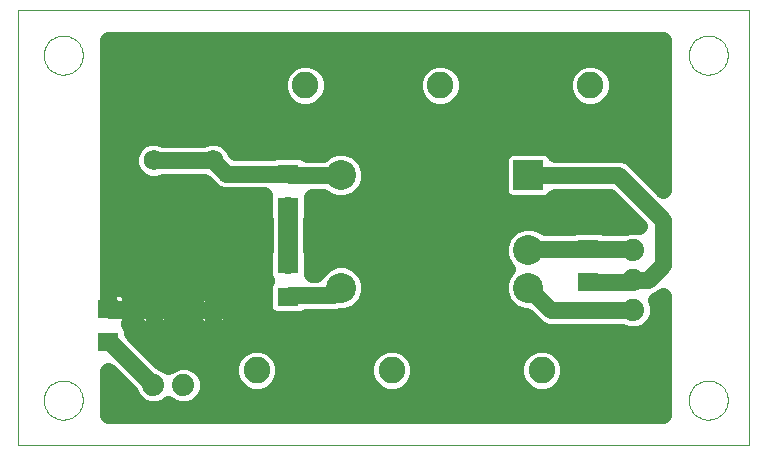
<source format=gtl>
G75*
G70*
%OFA0B0*%
%FSLAX24Y24*%
%IPPOS*%
%LPD*%
%AMOC8*
5,1,8,0,0,1.08239X$1,22.5*
%
%ADD10C,0.0000*%
%ADD11C,0.1000*%
%ADD12R,0.1000X0.1000*%
%ADD13C,0.0740*%
%ADD14R,0.0709X0.0630*%
%ADD15R,0.0886X0.0886*%
%ADD16C,0.0886*%
%ADD17C,0.0691*%
%ADD18C,0.0560*%
%ADD19C,0.0660*%
%ADD20C,0.0396*%
D10*
X000100Y000750D02*
X000100Y015246D01*
X024470Y015246D01*
X024470Y000750D01*
X000100Y000750D01*
X000950Y002250D02*
X000952Y002300D01*
X000958Y002350D01*
X000968Y002400D01*
X000981Y002448D01*
X000998Y002496D01*
X001019Y002542D01*
X001043Y002586D01*
X001071Y002628D01*
X001102Y002668D01*
X001136Y002705D01*
X001173Y002740D01*
X001212Y002771D01*
X001253Y002800D01*
X001297Y002825D01*
X001343Y002847D01*
X001390Y002865D01*
X001438Y002879D01*
X001487Y002890D01*
X001537Y002897D01*
X001587Y002900D01*
X001638Y002899D01*
X001688Y002894D01*
X001738Y002885D01*
X001786Y002873D01*
X001834Y002856D01*
X001880Y002836D01*
X001925Y002813D01*
X001968Y002786D01*
X002008Y002756D01*
X002046Y002723D01*
X002081Y002687D01*
X002114Y002648D01*
X002143Y002607D01*
X002169Y002564D01*
X002192Y002519D01*
X002211Y002472D01*
X002226Y002424D01*
X002238Y002375D01*
X002246Y002325D01*
X002250Y002275D01*
X002250Y002225D01*
X002246Y002175D01*
X002238Y002125D01*
X002226Y002076D01*
X002211Y002028D01*
X002192Y001981D01*
X002169Y001936D01*
X002143Y001893D01*
X002114Y001852D01*
X002081Y001813D01*
X002046Y001777D01*
X002008Y001744D01*
X001968Y001714D01*
X001925Y001687D01*
X001880Y001664D01*
X001834Y001644D01*
X001786Y001627D01*
X001738Y001615D01*
X001688Y001606D01*
X001638Y001601D01*
X001587Y001600D01*
X001537Y001603D01*
X001487Y001610D01*
X001438Y001621D01*
X001390Y001635D01*
X001343Y001653D01*
X001297Y001675D01*
X001253Y001700D01*
X001212Y001729D01*
X001173Y001760D01*
X001136Y001795D01*
X001102Y001832D01*
X001071Y001872D01*
X001043Y001914D01*
X001019Y001958D01*
X000998Y002004D01*
X000981Y002052D01*
X000968Y002100D01*
X000958Y002150D01*
X000952Y002200D01*
X000950Y002250D01*
X000950Y013750D02*
X000952Y013800D01*
X000958Y013850D01*
X000968Y013900D01*
X000981Y013948D01*
X000998Y013996D01*
X001019Y014042D01*
X001043Y014086D01*
X001071Y014128D01*
X001102Y014168D01*
X001136Y014205D01*
X001173Y014240D01*
X001212Y014271D01*
X001253Y014300D01*
X001297Y014325D01*
X001343Y014347D01*
X001390Y014365D01*
X001438Y014379D01*
X001487Y014390D01*
X001537Y014397D01*
X001587Y014400D01*
X001638Y014399D01*
X001688Y014394D01*
X001738Y014385D01*
X001786Y014373D01*
X001834Y014356D01*
X001880Y014336D01*
X001925Y014313D01*
X001968Y014286D01*
X002008Y014256D01*
X002046Y014223D01*
X002081Y014187D01*
X002114Y014148D01*
X002143Y014107D01*
X002169Y014064D01*
X002192Y014019D01*
X002211Y013972D01*
X002226Y013924D01*
X002238Y013875D01*
X002246Y013825D01*
X002250Y013775D01*
X002250Y013725D01*
X002246Y013675D01*
X002238Y013625D01*
X002226Y013576D01*
X002211Y013528D01*
X002192Y013481D01*
X002169Y013436D01*
X002143Y013393D01*
X002114Y013352D01*
X002081Y013313D01*
X002046Y013277D01*
X002008Y013244D01*
X001968Y013214D01*
X001925Y013187D01*
X001880Y013164D01*
X001834Y013144D01*
X001786Y013127D01*
X001738Y013115D01*
X001688Y013106D01*
X001638Y013101D01*
X001587Y013100D01*
X001537Y013103D01*
X001487Y013110D01*
X001438Y013121D01*
X001390Y013135D01*
X001343Y013153D01*
X001297Y013175D01*
X001253Y013200D01*
X001212Y013229D01*
X001173Y013260D01*
X001136Y013295D01*
X001102Y013332D01*
X001071Y013372D01*
X001043Y013414D01*
X001019Y013458D01*
X000998Y013504D01*
X000981Y013552D01*
X000968Y013600D01*
X000958Y013650D01*
X000952Y013700D01*
X000950Y013750D01*
X022450Y013750D02*
X022452Y013800D01*
X022458Y013850D01*
X022468Y013900D01*
X022481Y013948D01*
X022498Y013996D01*
X022519Y014042D01*
X022543Y014086D01*
X022571Y014128D01*
X022602Y014168D01*
X022636Y014205D01*
X022673Y014240D01*
X022712Y014271D01*
X022753Y014300D01*
X022797Y014325D01*
X022843Y014347D01*
X022890Y014365D01*
X022938Y014379D01*
X022987Y014390D01*
X023037Y014397D01*
X023087Y014400D01*
X023138Y014399D01*
X023188Y014394D01*
X023238Y014385D01*
X023286Y014373D01*
X023334Y014356D01*
X023380Y014336D01*
X023425Y014313D01*
X023468Y014286D01*
X023508Y014256D01*
X023546Y014223D01*
X023581Y014187D01*
X023614Y014148D01*
X023643Y014107D01*
X023669Y014064D01*
X023692Y014019D01*
X023711Y013972D01*
X023726Y013924D01*
X023738Y013875D01*
X023746Y013825D01*
X023750Y013775D01*
X023750Y013725D01*
X023746Y013675D01*
X023738Y013625D01*
X023726Y013576D01*
X023711Y013528D01*
X023692Y013481D01*
X023669Y013436D01*
X023643Y013393D01*
X023614Y013352D01*
X023581Y013313D01*
X023546Y013277D01*
X023508Y013244D01*
X023468Y013214D01*
X023425Y013187D01*
X023380Y013164D01*
X023334Y013144D01*
X023286Y013127D01*
X023238Y013115D01*
X023188Y013106D01*
X023138Y013101D01*
X023087Y013100D01*
X023037Y013103D01*
X022987Y013110D01*
X022938Y013121D01*
X022890Y013135D01*
X022843Y013153D01*
X022797Y013175D01*
X022753Y013200D01*
X022712Y013229D01*
X022673Y013260D01*
X022636Y013295D01*
X022602Y013332D01*
X022571Y013372D01*
X022543Y013414D01*
X022519Y013458D01*
X022498Y013504D01*
X022481Y013552D01*
X022468Y013600D01*
X022458Y013650D01*
X022452Y013700D01*
X022450Y013750D01*
X022450Y002250D02*
X022452Y002300D01*
X022458Y002350D01*
X022468Y002400D01*
X022481Y002448D01*
X022498Y002496D01*
X022519Y002542D01*
X022543Y002586D01*
X022571Y002628D01*
X022602Y002668D01*
X022636Y002705D01*
X022673Y002740D01*
X022712Y002771D01*
X022753Y002800D01*
X022797Y002825D01*
X022843Y002847D01*
X022890Y002865D01*
X022938Y002879D01*
X022987Y002890D01*
X023037Y002897D01*
X023087Y002900D01*
X023138Y002899D01*
X023188Y002894D01*
X023238Y002885D01*
X023286Y002873D01*
X023334Y002856D01*
X023380Y002836D01*
X023425Y002813D01*
X023468Y002786D01*
X023508Y002756D01*
X023546Y002723D01*
X023581Y002687D01*
X023614Y002648D01*
X023643Y002607D01*
X023669Y002564D01*
X023692Y002519D01*
X023711Y002472D01*
X023726Y002424D01*
X023738Y002375D01*
X023746Y002325D01*
X023750Y002275D01*
X023750Y002225D01*
X023746Y002175D01*
X023738Y002125D01*
X023726Y002076D01*
X023711Y002028D01*
X023692Y001981D01*
X023669Y001936D01*
X023643Y001893D01*
X023614Y001852D01*
X023581Y001813D01*
X023546Y001777D01*
X023508Y001744D01*
X023468Y001714D01*
X023425Y001687D01*
X023380Y001664D01*
X023334Y001644D01*
X023286Y001627D01*
X023238Y001615D01*
X023188Y001606D01*
X023138Y001601D01*
X023087Y001600D01*
X023037Y001603D01*
X022987Y001610D01*
X022938Y001621D01*
X022890Y001635D01*
X022843Y001653D01*
X022797Y001675D01*
X022753Y001700D01*
X022712Y001729D01*
X022673Y001760D01*
X022636Y001795D01*
X022602Y001832D01*
X022571Y001872D01*
X022543Y001914D01*
X022519Y001958D01*
X022498Y002004D01*
X022481Y002052D01*
X022468Y002100D01*
X022458Y002150D01*
X022452Y002200D01*
X022450Y002250D01*
D11*
X017100Y006000D03*
X017100Y007250D03*
X010850Y006000D03*
X010850Y009750D03*
D12*
X017100Y009750D03*
D13*
X020600Y007250D03*
X020600Y006250D03*
X020600Y005250D03*
X005600Y002750D03*
X004600Y002750D03*
D14*
X003100Y004199D03*
X003100Y005301D03*
X009100Y005699D03*
X009100Y006801D03*
X009100Y008699D03*
X009100Y009801D03*
X019100Y007301D03*
X019100Y006199D03*
D15*
X019100Y003250D03*
X014100Y003250D03*
X009600Y003250D03*
X008100Y012750D03*
X012600Y012750D03*
X017600Y012750D03*
D16*
X019159Y012750D03*
X014159Y012750D03*
X009659Y012750D03*
X008041Y003250D03*
X012541Y003250D03*
X017541Y003250D03*
D17*
X006584Y005250D03*
X004616Y005250D03*
X004616Y010250D03*
X006584Y010250D03*
D18*
X004616Y010250D01*
X003944Y010681D02*
X003100Y010681D01*
X003100Y010250D02*
X005600Y012750D01*
X008100Y012750D01*
X009100Y011750D01*
X011600Y011750D01*
X012600Y012750D01*
X013600Y011750D01*
X016600Y011750D01*
X017600Y012750D01*
X018276Y012915D02*
X015042Y012915D01*
X015042Y012926D02*
X014908Y013250D01*
X014659Y013499D01*
X014335Y013633D01*
X013983Y013633D01*
X013659Y013499D01*
X013411Y013250D01*
X013276Y012926D01*
X013276Y012575D01*
X013411Y012250D01*
X013659Y012002D01*
X013983Y011867D01*
X014335Y011867D01*
X014659Y012002D01*
X014908Y012250D01*
X015042Y012575D01*
X015042Y012926D01*
X014952Y012356D02*
X018367Y012356D01*
X018411Y012250D02*
X018659Y012002D01*
X018983Y011867D01*
X019335Y011867D01*
X019659Y012002D01*
X019908Y012250D01*
X020042Y012575D01*
X020042Y012926D01*
X019908Y013250D01*
X019659Y013499D01*
X019335Y013633D01*
X018983Y013633D01*
X018659Y013499D01*
X018411Y013250D01*
X018276Y012926D01*
X018276Y012575D01*
X018411Y012250D01*
X019952Y012356D02*
X021600Y012356D01*
X021600Y012915D02*
X020042Y012915D01*
X019685Y013473D02*
X021600Y013473D01*
X021600Y014032D02*
X003100Y014032D01*
X003100Y014250D02*
X021600Y014250D01*
X021600Y009268D01*
X020508Y010361D01*
X020243Y010470D01*
X017985Y010470D01*
X017973Y010499D01*
X017849Y010623D01*
X017688Y010690D01*
X016512Y010690D01*
X016351Y010623D01*
X016227Y010499D01*
X016160Y010338D01*
X016160Y009163D01*
X016227Y009001D01*
X016351Y008877D01*
X016512Y008810D01*
X017688Y008810D01*
X017849Y008877D01*
X017973Y009001D01*
X017985Y009030D01*
X019802Y009030D01*
X020779Y008053D01*
X020761Y008060D01*
X020439Y008060D01*
X020345Y008021D01*
X019626Y008021D01*
X019542Y008056D01*
X018658Y008056D01*
X018574Y008021D01*
X017658Y008021D01*
X017632Y008047D01*
X017287Y008190D01*
X016913Y008190D01*
X016568Y008047D01*
X016303Y007783D01*
X016160Y007437D01*
X016160Y007063D01*
X016303Y006718D01*
X016396Y006625D01*
X016303Y006533D01*
X016160Y006187D01*
X016160Y005813D01*
X016303Y005468D01*
X016568Y005203D01*
X016913Y005060D01*
X017022Y005060D01*
X017442Y004640D01*
X017707Y004530D01*
X020222Y004530D01*
X020439Y004440D01*
X020761Y004440D01*
X021059Y004564D01*
X021287Y004791D01*
X021410Y005089D01*
X021410Y005411D01*
X021344Y005572D01*
X021508Y005640D01*
X021600Y005732D01*
X021600Y001750D01*
X003100Y001750D01*
X003100Y003232D01*
X003823Y002509D01*
X003913Y002291D01*
X004141Y002064D01*
X004439Y001940D01*
X004761Y001940D01*
X005059Y002064D01*
X005100Y002105D01*
X005141Y002064D01*
X005439Y001940D01*
X005761Y001940D01*
X006059Y002064D01*
X006287Y002291D01*
X006410Y002589D01*
X006410Y002911D01*
X006287Y003209D01*
X006059Y003437D01*
X005761Y003560D01*
X005439Y003560D01*
X005141Y003437D01*
X005100Y003396D01*
X005059Y003437D01*
X004842Y003527D01*
X003894Y004474D01*
X003894Y004602D01*
X003827Y004763D01*
X003788Y004802D01*
X003791Y004806D01*
X003820Y004876D01*
X003834Y004949D01*
X003834Y005301D01*
X003100Y005301D01*
X003100Y005301D01*
X003151Y005250D01*
X004600Y005250D01*
X003100Y006750D01*
X003100Y010250D01*
X003100Y010122D02*
X003830Y010122D01*
X003830Y010094D02*
X003950Y009805D01*
X004171Y009584D01*
X004460Y009465D01*
X004772Y009465D01*
X004930Y009530D01*
X006270Y009530D01*
X006297Y009519D01*
X006625Y009191D01*
X006890Y009081D01*
X008306Y009081D01*
X008306Y008297D01*
X008330Y008238D01*
X008330Y007263D01*
X008306Y007204D01*
X008306Y006399D01*
X008367Y006250D01*
X008306Y006102D01*
X008306Y005297D01*
X008373Y005135D01*
X008496Y005011D01*
X008658Y004944D01*
X009542Y004944D01*
X009704Y005011D01*
X009723Y005030D01*
X010743Y005030D01*
X010816Y005060D01*
X011037Y005060D01*
X011382Y005203D01*
X011647Y005468D01*
X011790Y005813D01*
X011790Y006187D01*
X011647Y006533D01*
X011382Y006797D01*
X011037Y006940D01*
X010663Y006940D01*
X010318Y006797D01*
X010053Y006533D01*
X010027Y006470D01*
X009894Y006470D01*
X009894Y007204D01*
X009870Y007263D01*
X009870Y008238D01*
X009894Y008297D01*
X009894Y009030D01*
X010241Y009030D01*
X010318Y008953D01*
X010663Y008810D01*
X011037Y008810D01*
X011382Y008953D01*
X011647Y009218D01*
X011790Y009563D01*
X011790Y009937D01*
X011647Y010283D01*
X011382Y010547D01*
X011037Y010690D01*
X010663Y010690D01*
X010318Y010547D01*
X010241Y010470D01*
X009723Y010470D01*
X009704Y010489D01*
X009542Y010556D01*
X008658Y010556D01*
X008574Y010521D01*
X007331Y010521D01*
X007316Y010537D01*
X007250Y010695D01*
X007029Y010916D01*
X006740Y011036D01*
X006428Y011036D01*
X006270Y010970D01*
X004930Y010970D01*
X004772Y011036D01*
X004460Y011036D01*
X004171Y010916D01*
X003950Y010695D01*
X003830Y010406D01*
X003830Y010094D01*
X004221Y009564D02*
X003100Y009564D01*
X003100Y009005D02*
X008306Y009005D01*
X008306Y008447D02*
X003100Y008447D01*
X003100Y007888D02*
X008330Y007888D01*
X008330Y007330D02*
X003100Y007330D01*
X003100Y006771D02*
X008306Y006771D01*
X008352Y006213D02*
X003100Y006213D01*
X003100Y005996D02*
X003100Y005301D01*
X003834Y005301D01*
X003834Y005654D01*
X004011Y005654D01*
X003964Y005572D01*
X003927Y005484D01*
X003903Y005392D01*
X003890Y005298D01*
X003890Y005250D01*
X003890Y005203D01*
X003903Y005108D01*
X003927Y005017D01*
X003964Y004929D01*
X004011Y004846D01*
X004069Y004771D01*
X004136Y004704D01*
X004212Y004646D01*
X004294Y004598D01*
X004382Y004562D01*
X004474Y004537D01*
X004568Y004525D01*
X004616Y004525D01*
X004663Y004525D01*
X004758Y004537D01*
X006442Y004537D01*
X006537Y004525D01*
X006584Y004525D01*
X006584Y005250D01*
X005859Y005250D01*
X005859Y005203D01*
X005871Y005108D01*
X005896Y005017D01*
X005932Y004929D01*
X005980Y004846D01*
X006038Y004771D01*
X006105Y004704D01*
X006180Y004646D01*
X006263Y004598D01*
X006351Y004562D01*
X006442Y004537D01*
X006584Y004537D02*
X006584Y004537D01*
X006584Y004525D02*
X006632Y004525D01*
X006726Y004537D01*
X006818Y004562D01*
X006906Y004598D01*
X006988Y004646D01*
X007064Y004704D01*
X007131Y004771D01*
X007189Y004846D01*
X007236Y004929D01*
X007273Y005017D01*
X007297Y005108D01*
X007310Y005203D01*
X007310Y005250D01*
X006584Y005250D01*
X006584Y005250D01*
X006584Y005250D01*
X005859Y005250D01*
X005859Y005298D01*
X005871Y005392D01*
X005896Y005484D01*
X005932Y005572D01*
X005980Y005654D01*
X006038Y005730D01*
X006105Y005797D01*
X006180Y005855D01*
X006263Y005902D01*
X006351Y005939D01*
X006442Y005963D01*
X006537Y005976D01*
X006584Y005976D01*
X006584Y005250D01*
X006584Y004525D01*
X006726Y004537D02*
X017690Y004537D01*
X018100Y004250D02*
X019100Y003250D01*
X018424Y003420D02*
X021600Y003420D01*
X021600Y003979D02*
X018061Y003979D01*
X018041Y003999D02*
X017717Y004133D01*
X017365Y004133D01*
X017041Y003999D01*
X016792Y003750D01*
X016658Y003426D01*
X016658Y003075D01*
X016792Y002750D01*
X017041Y002502D01*
X017365Y002367D01*
X017717Y002367D01*
X018041Y002502D01*
X018289Y002750D01*
X018424Y003075D01*
X018424Y003426D01*
X018289Y003750D01*
X018041Y003999D01*
X018100Y004250D02*
X015100Y004250D01*
X014100Y003250D01*
X013100Y004250D01*
X010600Y004250D01*
X009600Y003250D01*
X007600Y005250D01*
X006584Y005250D01*
X004616Y005250D01*
X004616Y005250D01*
X005341Y005250D01*
X005341Y005203D01*
X005329Y005108D01*
X005304Y005017D01*
X005268Y004929D01*
X005220Y004846D01*
X005162Y004771D01*
X005095Y004704D01*
X005020Y004646D01*
X004937Y004598D01*
X004849Y004562D01*
X004758Y004537D01*
X004616Y004537D02*
X004616Y004537D01*
X004616Y004525D02*
X004616Y005250D01*
X004616Y005250D01*
X005341Y005250D01*
X005341Y005298D01*
X005329Y005392D01*
X005304Y005484D01*
X005268Y005572D01*
X005220Y005654D01*
X005162Y005730D01*
X005095Y005797D01*
X005020Y005855D01*
X004937Y005902D01*
X004849Y005939D01*
X004758Y005963D01*
X004663Y005976D01*
X004616Y005976D01*
X004616Y005250D01*
X004616Y004525D01*
X004474Y004537D02*
X003894Y004537D01*
X003906Y005096D02*
X003834Y005096D01*
X003890Y005250D02*
X004616Y005250D01*
X004600Y005250D01*
X004616Y005250D02*
X004616Y005250D01*
X004616Y005250D01*
X003890Y005250D01*
X003834Y005654D02*
X003820Y005727D01*
X003791Y005796D01*
X003749Y005859D01*
X003697Y005912D01*
X003634Y005953D01*
X003565Y005982D01*
X003492Y005996D01*
X003100Y005996D01*
X003100Y005654D02*
X003100Y005654D01*
X003100Y005301D02*
X003100Y014250D01*
X003100Y013473D02*
X009133Y013473D01*
X009159Y013499D02*
X008911Y013250D01*
X008776Y012926D01*
X008776Y012575D01*
X008911Y012250D01*
X009159Y012002D01*
X009483Y011867D01*
X009835Y011867D01*
X010159Y012002D01*
X010408Y012250D01*
X010542Y012575D01*
X010542Y012926D01*
X010408Y013250D01*
X010159Y013499D01*
X009835Y013633D01*
X009483Y013633D01*
X009159Y013499D01*
X008776Y012915D02*
X003100Y012915D01*
X003100Y012356D02*
X008867Y012356D01*
X010452Y012356D02*
X013367Y012356D01*
X013276Y012915D02*
X010542Y012915D01*
X010185Y013473D02*
X013633Y013473D01*
X014685Y013473D02*
X018633Y013473D01*
X021600Y011798D02*
X003100Y011798D01*
X003100Y011239D02*
X021600Y011239D01*
X021600Y010681D02*
X017710Y010681D01*
X016490Y010681D02*
X011060Y010681D01*
X010640Y010681D02*
X007256Y010681D01*
X006584Y010250D02*
X007033Y009801D01*
X009100Y009801D01*
X009151Y009750D01*
X010850Y009750D01*
X011713Y010122D02*
X016160Y010122D01*
X016160Y009564D02*
X011790Y009564D01*
X011434Y009005D02*
X016225Y009005D01*
X017100Y009750D02*
X020100Y009750D01*
X021600Y008250D01*
X021600Y006750D01*
X021100Y006250D01*
X020600Y006250D01*
X020549Y006199D01*
X019100Y006199D01*
X017850Y005250D02*
X017100Y006000D01*
X016226Y005654D02*
X011724Y005654D01*
X011779Y006213D02*
X016171Y006213D01*
X016281Y006771D02*
X011408Y006771D01*
X010850Y006000D02*
X010600Y005750D01*
X009151Y005750D01*
X009100Y005699D01*
X008306Y005654D02*
X007189Y005654D01*
X007131Y005730D01*
X007064Y005797D01*
X006988Y005855D01*
X006906Y005902D01*
X006818Y005939D01*
X006726Y005963D01*
X006632Y005976D01*
X006584Y005976D01*
X006584Y005250D01*
X006584Y005250D01*
X006584Y005250D01*
X007310Y005250D01*
X007310Y005298D01*
X007297Y005392D01*
X007273Y005484D01*
X007236Y005572D01*
X007189Y005654D01*
X006584Y005654D02*
X006584Y005654D01*
X005980Y005654D02*
X005220Y005654D01*
X004616Y005654D02*
X004616Y005654D01*
X004382Y005939D02*
X004294Y005902D01*
X004212Y005855D01*
X004136Y005797D01*
X004069Y005730D01*
X004011Y005654D01*
X004382Y005939D02*
X004474Y005963D01*
X004568Y005976D01*
X004616Y005976D01*
X004616Y005250D01*
X004616Y005096D02*
X004616Y005096D01*
X005325Y005096D02*
X005875Y005096D01*
X006584Y005096D02*
X006584Y005096D01*
X007294Y005096D02*
X008412Y005096D01*
X008217Y004133D02*
X007865Y004133D01*
X007541Y003999D01*
X007292Y003750D01*
X007158Y003426D01*
X007158Y003075D01*
X007292Y002750D01*
X007541Y002502D01*
X007865Y002367D01*
X008217Y002367D01*
X008541Y002502D01*
X008789Y002750D01*
X008924Y003075D01*
X008924Y003426D01*
X008789Y003750D01*
X008541Y003999D01*
X008217Y004133D01*
X008561Y003979D02*
X012021Y003979D01*
X012041Y003999D02*
X011792Y003750D01*
X011658Y003426D01*
X011658Y003075D01*
X011792Y002750D01*
X012041Y002502D01*
X012365Y002367D01*
X012717Y002367D01*
X013041Y002502D01*
X013289Y002750D01*
X013424Y003075D01*
X013424Y003426D01*
X013289Y003750D01*
X013041Y003999D01*
X012717Y004133D01*
X012365Y004133D01*
X012041Y003999D01*
X011658Y003420D02*
X008924Y003420D01*
X008836Y002862D02*
X011746Y002862D01*
X013336Y002862D02*
X016746Y002862D01*
X016658Y003420D02*
X013424Y003420D01*
X013061Y003979D02*
X017021Y003979D01*
X016827Y005096D02*
X011123Y005096D01*
X010292Y006771D02*
X009894Y006771D01*
X009870Y007330D02*
X016160Y007330D01*
X016409Y007888D02*
X009870Y007888D01*
X009894Y008447D02*
X020385Y008447D01*
X019827Y009005D02*
X017975Y009005D01*
X017151Y007301D02*
X017100Y007250D01*
X017151Y007301D02*
X019100Y007301D01*
X020549Y007301D01*
X020600Y007250D01*
X021522Y005654D02*
X021600Y005654D01*
X021600Y005096D02*
X021410Y005096D01*
X021600Y004537D02*
X020995Y004537D01*
X020600Y005250D02*
X017850Y005250D01*
X018336Y002862D02*
X021600Y002862D01*
X021600Y002303D02*
X006292Y002303D01*
X006410Y002862D02*
X007246Y002862D01*
X007158Y003420D02*
X006076Y003420D01*
X005124Y003420D02*
X005076Y003420D01*
X004390Y003979D02*
X007521Y003979D01*
X004600Y002750D02*
X003151Y004199D01*
X003100Y004199D01*
X003100Y005301D02*
X003100Y005301D01*
X003100Y002862D02*
X003470Y002862D01*
X003100Y002303D02*
X003908Y002303D01*
X009100Y006801D02*
X009100Y007750D01*
X009894Y009005D02*
X010266Y009005D01*
X020746Y010122D02*
X021600Y010122D01*
X021600Y009564D02*
X021305Y009564D01*
D19*
X009100Y008699D02*
X009100Y007750D01*
X009100Y007700D01*
X009100Y006801D01*
D20*
X009100Y007700D03*
M02*

</source>
